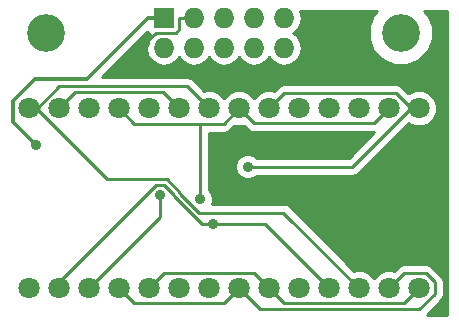
<source format=gtl>
%FSLAX34Y34*%
G04 Gerber Fmt 3.4, Leading zero omitted, Abs format*
G04 (created by PCBNEW (2014-04-07 BZR 4791)-product) date ons  9 apr 2014 20:45:43*
%MOIN*%
G01*
G70*
G90*
G04 APERTURE LIST*
%ADD10C,0.005906*%
%ADD11R,0.068000X0.068000*%
%ADD12O,0.068000X0.068000*%
%ADD13C,0.126000*%
%ADD14C,0.070866*%
%ADD15C,0.035000*%
%ADD16C,0.013780*%
%ADD17C,0.010000*%
G04 APERTURE END LIST*
G54D10*
G54D11*
X52724Y-34933D03*
G54D12*
X52724Y-35933D03*
X53724Y-34933D03*
X53724Y-35933D03*
X54724Y-34933D03*
X54724Y-35933D03*
X55724Y-34933D03*
X55724Y-35933D03*
X56724Y-34933D03*
X56724Y-35933D03*
G54D13*
X60629Y-35433D03*
X48818Y-35433D03*
G54D14*
X48236Y-43944D03*
X49236Y-43944D03*
X50236Y-43944D03*
X51236Y-43944D03*
X52236Y-43944D03*
X53236Y-43944D03*
X54236Y-43944D03*
X55236Y-43944D03*
X56236Y-43944D03*
X57236Y-43944D03*
X58236Y-43944D03*
X59236Y-43944D03*
X60236Y-43944D03*
X61236Y-43944D03*
X61236Y-37944D03*
X60236Y-37944D03*
X59236Y-37944D03*
X58236Y-37944D03*
X57236Y-37944D03*
X56236Y-37944D03*
X55236Y-37944D03*
X54236Y-37944D03*
X53236Y-37944D03*
X52236Y-37944D03*
X51236Y-37944D03*
X50236Y-37944D03*
X49236Y-37944D03*
X48236Y-37944D03*
G54D15*
X48478Y-39171D03*
X53950Y-40976D03*
X55531Y-39894D03*
X52608Y-40830D03*
X54371Y-41810D03*
X52106Y-35785D03*
G54D16*
X52215Y-34933D02*
X50171Y-36977D01*
X50171Y-36977D02*
X48443Y-36977D01*
X48443Y-36977D02*
X47703Y-37716D01*
X47703Y-37716D02*
X47703Y-38396D01*
X47703Y-38396D02*
X48478Y-39171D01*
X52724Y-34933D02*
X52215Y-34933D01*
G54D17*
X53950Y-38459D02*
X54721Y-38459D01*
X54721Y-38459D02*
X55236Y-37944D01*
X51236Y-37944D02*
X51750Y-38459D01*
X51750Y-38459D02*
X53950Y-38459D01*
X53950Y-38459D02*
X53950Y-40976D01*
X55236Y-37944D02*
X55741Y-38450D01*
X55741Y-38450D02*
X59730Y-38450D01*
X59730Y-38450D02*
X60236Y-37944D01*
X60967Y-37946D02*
X59019Y-39894D01*
X59019Y-39894D02*
X55531Y-39894D01*
X60967Y-37946D02*
X60455Y-37434D01*
X60455Y-37434D02*
X56746Y-37434D01*
X56746Y-37434D02*
X56236Y-37944D01*
X61236Y-37944D02*
X60968Y-37944D01*
X60968Y-37944D02*
X60967Y-37946D01*
X60236Y-43944D02*
X60742Y-43438D01*
X60742Y-43438D02*
X61458Y-43438D01*
X61458Y-43438D02*
X61757Y-43736D01*
X61757Y-43736D02*
X61757Y-44139D01*
X61757Y-44139D02*
X61243Y-44652D01*
X61243Y-44652D02*
X55944Y-44652D01*
X55944Y-44652D02*
X55236Y-43944D01*
X51236Y-43944D02*
X51741Y-44450D01*
X51741Y-44450D02*
X54730Y-44450D01*
X54730Y-44450D02*
X55236Y-43944D01*
X50236Y-43944D02*
X52608Y-41572D01*
X52608Y-41572D02*
X52608Y-40830D01*
X54371Y-41810D02*
X54001Y-41810D01*
X54001Y-41810D02*
X53078Y-40886D01*
X53078Y-40886D02*
X53078Y-40840D01*
X53078Y-40840D02*
X52743Y-40505D01*
X52743Y-40505D02*
X52473Y-40505D01*
X52473Y-40505D02*
X49236Y-43742D01*
X49236Y-43742D02*
X49236Y-43944D01*
X58236Y-43944D02*
X56101Y-41810D01*
X56101Y-41810D02*
X54371Y-41810D01*
X61236Y-43944D02*
X60731Y-44449D01*
X60731Y-44449D02*
X56740Y-44449D01*
X56740Y-44449D02*
X56236Y-43944D01*
X56236Y-43944D02*
X55726Y-43435D01*
X55726Y-43435D02*
X52745Y-43435D01*
X52745Y-43435D02*
X52236Y-43944D01*
X49236Y-37944D02*
X49759Y-37421D01*
X49759Y-37421D02*
X52713Y-37421D01*
X52713Y-37421D02*
X53236Y-37944D01*
X59236Y-43944D02*
X56718Y-41427D01*
X56718Y-41427D02*
X53902Y-41427D01*
X53902Y-41427D02*
X53278Y-40803D01*
X53278Y-40803D02*
X53278Y-40757D01*
X53278Y-40757D02*
X52825Y-40304D01*
X52825Y-40304D02*
X50848Y-40304D01*
X50848Y-40304D02*
X48504Y-37960D01*
X48236Y-37944D02*
X48488Y-37944D01*
X48488Y-37944D02*
X48504Y-37960D01*
X48504Y-37960D02*
X49243Y-37221D01*
X49243Y-37221D02*
X53513Y-37221D01*
X53513Y-37221D02*
X54236Y-37944D01*
X52106Y-35785D02*
X52468Y-35423D01*
X52468Y-35423D02*
X53126Y-35423D01*
X53126Y-35423D02*
X53234Y-35315D01*
X53234Y-35315D02*
X53234Y-34933D01*
X53724Y-34933D02*
X53234Y-34933D01*
G54D10*
G36*
X53782Y-34983D02*
X53774Y-34983D01*
X53774Y-34990D01*
X53674Y-34990D01*
X53674Y-34983D01*
X53666Y-34983D01*
X53666Y-34883D01*
X53674Y-34883D01*
X53674Y-34875D01*
X53774Y-34875D01*
X53774Y-34883D01*
X53782Y-34883D01*
X53782Y-34983D01*
X53782Y-34983D01*
G37*
G54D17*
X53782Y-34983D02*
X53774Y-34983D01*
X53774Y-34990D01*
X53674Y-34990D01*
X53674Y-34983D01*
X53666Y-34983D01*
X53666Y-34883D01*
X53674Y-34883D01*
X53674Y-34875D01*
X53774Y-34875D01*
X53774Y-34883D01*
X53782Y-34883D01*
X53782Y-34983D01*
G54D10*
G36*
X62154Y-44831D02*
X61488Y-44831D01*
X61969Y-44351D01*
X62034Y-44253D01*
X62034Y-44253D01*
X62057Y-44139D01*
X62057Y-43736D01*
X62034Y-43621D01*
X62034Y-43621D01*
X62008Y-43582D01*
X61969Y-43524D01*
X61671Y-43226D01*
X61573Y-43161D01*
X61458Y-43138D01*
X60742Y-43138D01*
X60627Y-43161D01*
X60530Y-43226D01*
X60398Y-43358D01*
X60356Y-43340D01*
X60116Y-43340D01*
X59894Y-43432D01*
X59736Y-43590D01*
X59578Y-43432D01*
X59356Y-43340D01*
X59116Y-43340D01*
X59073Y-43358D01*
X56930Y-41215D01*
X56833Y-41150D01*
X56718Y-41127D01*
X54347Y-41127D01*
X54375Y-41061D01*
X54375Y-40892D01*
X54310Y-40735D01*
X54250Y-40675D01*
X54250Y-38759D01*
X54721Y-38759D01*
X54721Y-38759D01*
X54836Y-38736D01*
X54836Y-38736D01*
X54933Y-38671D01*
X55073Y-38531D01*
X55115Y-38549D01*
X55355Y-38549D01*
X55398Y-38531D01*
X55529Y-38662D01*
X55529Y-38662D01*
X55626Y-38727D01*
X55741Y-38750D01*
X59730Y-38750D01*
X59730Y-38750D01*
X59741Y-38748D01*
X58895Y-39594D01*
X55832Y-39594D01*
X55772Y-39534D01*
X55616Y-39469D01*
X55447Y-39469D01*
X55290Y-39533D01*
X55171Y-39653D01*
X55106Y-39809D01*
X55106Y-39978D01*
X55170Y-40134D01*
X55290Y-40254D01*
X55446Y-40319D01*
X55615Y-40319D01*
X55771Y-40254D01*
X55832Y-40194D01*
X59019Y-40194D01*
X59019Y-40194D01*
X59134Y-40171D01*
X59134Y-40171D01*
X59231Y-40106D01*
X60887Y-38450D01*
X60893Y-38456D01*
X61115Y-38549D01*
X61355Y-38549D01*
X61578Y-38457D01*
X61748Y-38287D01*
X61840Y-38065D01*
X61840Y-37825D01*
X61748Y-37603D01*
X61578Y-37432D01*
X61356Y-37340D01*
X61116Y-37340D01*
X60894Y-37432D01*
X60885Y-37440D01*
X60667Y-37222D01*
X60570Y-37157D01*
X60455Y-37134D01*
X56746Y-37134D01*
X56631Y-37157D01*
X56592Y-37183D01*
X56534Y-37222D01*
X56398Y-37358D01*
X56356Y-37340D01*
X56116Y-37340D01*
X55894Y-37432D01*
X55736Y-37590D01*
X55578Y-37432D01*
X55356Y-37340D01*
X55116Y-37340D01*
X54894Y-37432D01*
X54736Y-37590D01*
X54578Y-37432D01*
X54356Y-37340D01*
X54116Y-37340D01*
X54073Y-37358D01*
X53725Y-37009D01*
X53627Y-36944D01*
X53513Y-36921D01*
X50677Y-36921D01*
X52178Y-35420D01*
X52242Y-35485D01*
X52303Y-35510D01*
X52295Y-35515D01*
X52167Y-35707D01*
X52122Y-35933D01*
X52167Y-36158D01*
X52295Y-36350D01*
X52487Y-36478D01*
X52712Y-36523D01*
X52735Y-36523D01*
X52961Y-36478D01*
X53153Y-36350D01*
X53224Y-36243D01*
X53295Y-36350D01*
X53487Y-36478D01*
X53712Y-36523D01*
X53735Y-36523D01*
X53961Y-36478D01*
X54153Y-36350D01*
X54224Y-36243D01*
X54295Y-36350D01*
X54487Y-36478D01*
X54712Y-36523D01*
X54735Y-36523D01*
X54961Y-36478D01*
X55153Y-36350D01*
X55224Y-36243D01*
X55295Y-36350D01*
X55487Y-36478D01*
X55712Y-36523D01*
X55735Y-36523D01*
X55961Y-36478D01*
X56153Y-36350D01*
X56224Y-36243D01*
X56295Y-36350D01*
X56487Y-36478D01*
X56712Y-36523D01*
X56735Y-36523D01*
X56961Y-36478D01*
X57153Y-36350D01*
X57281Y-36158D01*
X57325Y-35933D01*
X57281Y-35707D01*
X57153Y-35515D01*
X57029Y-35433D01*
X57153Y-35350D01*
X57281Y-35158D01*
X57325Y-34933D01*
X57281Y-34707D01*
X57273Y-34695D01*
X59848Y-34695D01*
X59719Y-34823D01*
X59556Y-35218D01*
X59555Y-35645D01*
X59718Y-36040D01*
X60020Y-36343D01*
X60415Y-36506D01*
X60842Y-36507D01*
X61237Y-36344D01*
X61539Y-36042D01*
X61703Y-35647D01*
X61704Y-35220D01*
X61540Y-34825D01*
X61411Y-34695D01*
X62154Y-34695D01*
X62154Y-44831D01*
X62154Y-44831D01*
G37*
G54D17*
X62154Y-44831D02*
X61488Y-44831D01*
X61969Y-44351D01*
X62034Y-44253D01*
X62034Y-44253D01*
X62057Y-44139D01*
X62057Y-43736D01*
X62034Y-43621D01*
X62034Y-43621D01*
X62008Y-43582D01*
X61969Y-43524D01*
X61671Y-43226D01*
X61573Y-43161D01*
X61458Y-43138D01*
X60742Y-43138D01*
X60627Y-43161D01*
X60530Y-43226D01*
X60398Y-43358D01*
X60356Y-43340D01*
X60116Y-43340D01*
X59894Y-43432D01*
X59736Y-43590D01*
X59578Y-43432D01*
X59356Y-43340D01*
X59116Y-43340D01*
X59073Y-43358D01*
X56930Y-41215D01*
X56833Y-41150D01*
X56718Y-41127D01*
X54347Y-41127D01*
X54375Y-41061D01*
X54375Y-40892D01*
X54310Y-40735D01*
X54250Y-40675D01*
X54250Y-38759D01*
X54721Y-38759D01*
X54721Y-38759D01*
X54836Y-38736D01*
X54836Y-38736D01*
X54933Y-38671D01*
X55073Y-38531D01*
X55115Y-38549D01*
X55355Y-38549D01*
X55398Y-38531D01*
X55529Y-38662D01*
X55529Y-38662D01*
X55626Y-38727D01*
X55741Y-38750D01*
X59730Y-38750D01*
X59730Y-38750D01*
X59741Y-38748D01*
X58895Y-39594D01*
X55832Y-39594D01*
X55772Y-39534D01*
X55616Y-39469D01*
X55447Y-39469D01*
X55290Y-39533D01*
X55171Y-39653D01*
X55106Y-39809D01*
X55106Y-39978D01*
X55170Y-40134D01*
X55290Y-40254D01*
X55446Y-40319D01*
X55615Y-40319D01*
X55771Y-40254D01*
X55832Y-40194D01*
X59019Y-40194D01*
X59019Y-40194D01*
X59134Y-40171D01*
X59134Y-40171D01*
X59231Y-40106D01*
X60887Y-38450D01*
X60893Y-38456D01*
X61115Y-38549D01*
X61355Y-38549D01*
X61578Y-38457D01*
X61748Y-38287D01*
X61840Y-38065D01*
X61840Y-37825D01*
X61748Y-37603D01*
X61578Y-37432D01*
X61356Y-37340D01*
X61116Y-37340D01*
X60894Y-37432D01*
X60885Y-37440D01*
X60667Y-37222D01*
X60570Y-37157D01*
X60455Y-37134D01*
X56746Y-37134D01*
X56631Y-37157D01*
X56592Y-37183D01*
X56534Y-37222D01*
X56398Y-37358D01*
X56356Y-37340D01*
X56116Y-37340D01*
X55894Y-37432D01*
X55736Y-37590D01*
X55578Y-37432D01*
X55356Y-37340D01*
X55116Y-37340D01*
X54894Y-37432D01*
X54736Y-37590D01*
X54578Y-37432D01*
X54356Y-37340D01*
X54116Y-37340D01*
X54073Y-37358D01*
X53725Y-37009D01*
X53627Y-36944D01*
X53513Y-36921D01*
X50677Y-36921D01*
X52178Y-35420D01*
X52242Y-35485D01*
X52303Y-35510D01*
X52295Y-35515D01*
X52167Y-35707D01*
X52122Y-35933D01*
X52167Y-36158D01*
X52295Y-36350D01*
X52487Y-36478D01*
X52712Y-36523D01*
X52735Y-36523D01*
X52961Y-36478D01*
X53153Y-36350D01*
X53224Y-36243D01*
X53295Y-36350D01*
X53487Y-36478D01*
X53712Y-36523D01*
X53735Y-36523D01*
X53961Y-36478D01*
X54153Y-36350D01*
X54224Y-36243D01*
X54295Y-36350D01*
X54487Y-36478D01*
X54712Y-36523D01*
X54735Y-36523D01*
X54961Y-36478D01*
X55153Y-36350D01*
X55224Y-36243D01*
X55295Y-36350D01*
X55487Y-36478D01*
X55712Y-36523D01*
X55735Y-36523D01*
X55961Y-36478D01*
X56153Y-36350D01*
X56224Y-36243D01*
X56295Y-36350D01*
X56487Y-36478D01*
X56712Y-36523D01*
X56735Y-36523D01*
X56961Y-36478D01*
X57153Y-36350D01*
X57281Y-36158D01*
X57325Y-35933D01*
X57281Y-35707D01*
X57153Y-35515D01*
X57029Y-35433D01*
X57153Y-35350D01*
X57281Y-35158D01*
X57325Y-34933D01*
X57281Y-34707D01*
X57273Y-34695D01*
X59848Y-34695D01*
X59719Y-34823D01*
X59556Y-35218D01*
X59555Y-35645D01*
X59718Y-36040D01*
X60020Y-36343D01*
X60415Y-36506D01*
X60842Y-36507D01*
X61237Y-36344D01*
X61539Y-36042D01*
X61703Y-35647D01*
X61704Y-35220D01*
X61540Y-34825D01*
X61411Y-34695D01*
X62154Y-34695D01*
X62154Y-44831D01*
M02*

</source>
